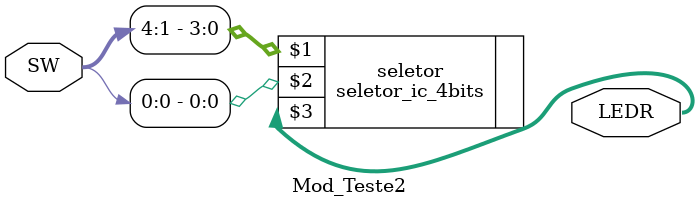
<source format=v>
module Mod_Teste2
(
	input [4:0]SW,
	output [3:0]LEDR
);

	seletor_ic_4bits seletor(SW[4:1], SW[0], LEDR);
	
endmodule 
</source>
